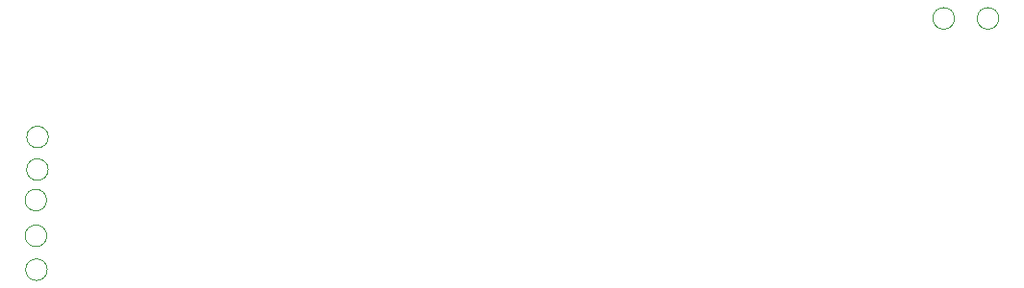
<source format=gbr>
%TF.GenerationSoftware,KiCad,Pcbnew,(7.0.0)*%
%TF.CreationDate,2023-08-19T05:22:45+05:30*%
%TF.ProjectId,glowtie,676c6f77-7469-4652-9e6b-696361645f70,rev?*%
%TF.SameCoordinates,Original*%
%TF.FileFunction,Legend,Bot*%
%TF.FilePolarity,Positive*%
%FSLAX46Y46*%
G04 Gerber Fmt 4.6, Leading zero omitted, Abs format (unit mm)*
G04 Created by KiCad (PCBNEW (7.0.0)) date 2023-08-19 05:22:45*
%MOMM*%
%LPD*%
G01*
G04 APERTURE LIST*
%ADD10C,0.120000*%
G04 APERTURE END LIST*
D10*
X39970000Y-59520000D02*
G75*
G03*
X39970000Y-59520000I-950000J0D01*
G01*
X40110000Y-50810000D02*
G75*
G03*
X40110000Y-50810000I-950000J0D01*
G01*
X123800000Y-40350000D02*
G75*
G03*
X123800000Y-40350000I-950000J0D01*
G01*
X40010000Y-62510000D02*
G75*
G03*
X40010000Y-62510000I-950000J0D01*
G01*
X39960000Y-56370000D02*
G75*
G03*
X39960000Y-56370000I-950000J0D01*
G01*
X119900000Y-40350000D02*
G75*
G03*
X119900000Y-40350000I-950000J0D01*
G01*
X40090000Y-53680000D02*
G75*
G03*
X40090000Y-53680000I-950000J0D01*
G01*
M02*

</source>
